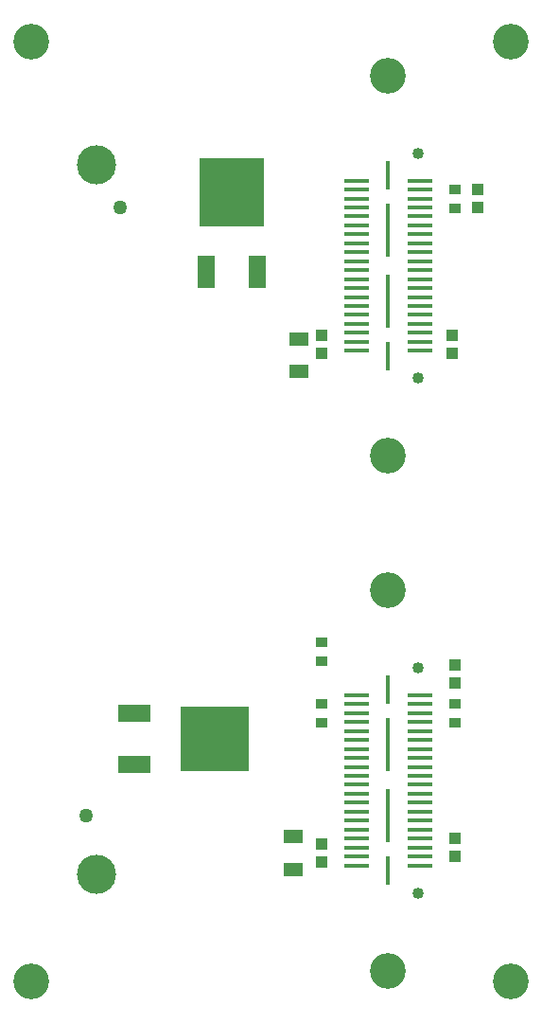
<source format=gbr>
%TF.GenerationSoftware,Altium Limited,Altium Designer,21.5.1 (32)*%
G04 Layer_Color=255*
%FSLAX45Y45*%
%MOMM*%
%TF.SameCoordinates,51D5493F-A844-4614-94AE-4B196E198A34*%
%TF.FilePolarity,Positive*%
%TF.FileFunction,Pads,Top*%
%TF.Part,Single*%
G01*
G75*
%TA.AperFunction,SMDPad,CuDef*%
%ADD10R,1.80000X1.30000*%
%ADD11R,5.80009X6.19989*%
%ADD12R,1.59995X2.99999*%
%ADD13R,1.00000X1.00000*%
%ADD14R,2.27000X0.40996*%
%ADD15R,0.43002X2.54000*%
%ADD16R,0.43002X4.70002*%
%ADD17R,1.00000X0.90000*%
%ADD18R,6.19989X5.80009*%
%ADD19R,2.99999X1.59995*%
%TA.AperFunction,WasherPad*%
%ADD25C,3.50000*%
%TA.AperFunction,ComponentPad*%
%ADD26C,1.27000*%
%ADD27C,3.19989*%
%ADD28C,1.02006*%
%ADD29C,3.20000*%
D10*
X2800000Y5855000D02*
D03*
Y6145000D02*
D03*
X2750000Y1405000D02*
D03*
Y1695000D02*
D03*
D11*
X2200000Y7459004D02*
D03*
D12*
X2428498Y6740997D02*
D03*
X1971502D02*
D03*
D13*
X4200000Y3230000D02*
D03*
Y3070000D02*
D03*
X3000000Y1470000D02*
D03*
Y1630000D02*
D03*
X4400000Y7320000D02*
D03*
Y7480000D02*
D03*
X4175000Y6020000D02*
D03*
Y6180000D02*
D03*
X3000000Y6020000D02*
D03*
Y6180000D02*
D03*
X4200000Y1520000D02*
D03*
Y1680000D02*
D03*
D14*
X3886512Y1440007D02*
D03*
X3313488D02*
D03*
X3886512Y1519991D02*
D03*
X3313488D02*
D03*
X3886512Y1600001D02*
D03*
X3313488D02*
D03*
X3886512Y1680011D02*
D03*
X3313488D02*
D03*
X3886512Y1759996D02*
D03*
X3313488D02*
D03*
X3886512Y1840006D02*
D03*
X3313488D02*
D03*
X3886512Y1919990D02*
D03*
Y2000000D02*
D03*
Y2080010D02*
D03*
Y2159995D02*
D03*
Y2240005D02*
D03*
Y2319990D02*
D03*
Y2400000D02*
D03*
Y2480010D02*
D03*
Y2559994D02*
D03*
Y2640004D02*
D03*
Y2719989D02*
D03*
Y2799999D02*
D03*
Y2880009D02*
D03*
X3313488Y1919990D02*
D03*
Y2000000D02*
D03*
Y2080010D02*
D03*
Y2159995D02*
D03*
Y2240005D02*
D03*
Y2319990D02*
D03*
Y2400000D02*
D03*
Y2480010D02*
D03*
Y2559994D02*
D03*
Y2640004D02*
D03*
Y2719989D02*
D03*
Y2799999D02*
D03*
Y2880009D02*
D03*
X3886512Y2959993D02*
D03*
X3313488D02*
D03*
X3313488Y6680011D02*
D03*
Y6600001D02*
D03*
Y6359996D02*
D03*
Y6440006D02*
D03*
Y6519991D02*
D03*
Y6759995D02*
D03*
Y7559994D02*
D03*
X3886512D02*
D03*
X3313488Y7480009D02*
D03*
Y7399999D02*
D03*
Y7319989D02*
D03*
Y7240004D02*
D03*
Y7159994D02*
D03*
Y7080010D02*
D03*
Y7000000D02*
D03*
Y6919990D02*
D03*
Y6840005D02*
D03*
X3886512Y7480009D02*
D03*
Y7399999D02*
D03*
Y7319989D02*
D03*
Y7240004D02*
D03*
Y7159994D02*
D03*
Y7080010D02*
D03*
Y7000000D02*
D03*
Y6919990D02*
D03*
Y6840005D02*
D03*
Y6759995D02*
D03*
Y6680011D02*
D03*
Y6600001D02*
D03*
Y6519991D02*
D03*
Y6440006D02*
D03*
Y6359996D02*
D03*
X3313488Y6280011D02*
D03*
X3886512D02*
D03*
X3313488Y6200001D02*
D03*
X3886512D02*
D03*
X3313488Y6119991D02*
D03*
X3886512D02*
D03*
X3313488Y6040007D02*
D03*
X3886512D02*
D03*
D15*
X3600000Y1393499D02*
D03*
Y3006501D02*
D03*
X3600000Y7606501D02*
D03*
Y5993499D02*
D03*
D16*
X3600000Y1882500D02*
D03*
Y2517500D02*
D03*
X3600000Y7117500D02*
D03*
Y6482500D02*
D03*
D17*
X3000000Y3435000D02*
D03*
Y3265000D02*
D03*
Y2715000D02*
D03*
Y2885000D02*
D03*
X4200000Y7315000D02*
D03*
Y7485000D02*
D03*
Y2715000D02*
D03*
Y2885000D02*
D03*
D18*
X2046036Y2567110D02*
D03*
D19*
X1328028Y2338611D02*
D03*
Y2795608D02*
D03*
D25*
X990000Y7698000D02*
D03*
Y1362000D02*
D03*
D26*
X1200000Y7319070D02*
D03*
X895200Y1880930D02*
D03*
D27*
X3600000Y500000D02*
D03*
Y3900000D02*
D03*
X3600000Y8500000D02*
D03*
Y5100000D02*
D03*
D28*
X3866497Y3206500D02*
D03*
Y1193500D02*
D03*
X3866497Y5793500D02*
D03*
Y7806501D02*
D03*
D29*
X400000Y400000D02*
D03*
Y8800000D02*
D03*
X4700000D02*
D03*
Y400000D02*
D03*
%TF.MD5,2bef33a1a7104e9e23e2762a91f183e8*%
M02*

</source>
